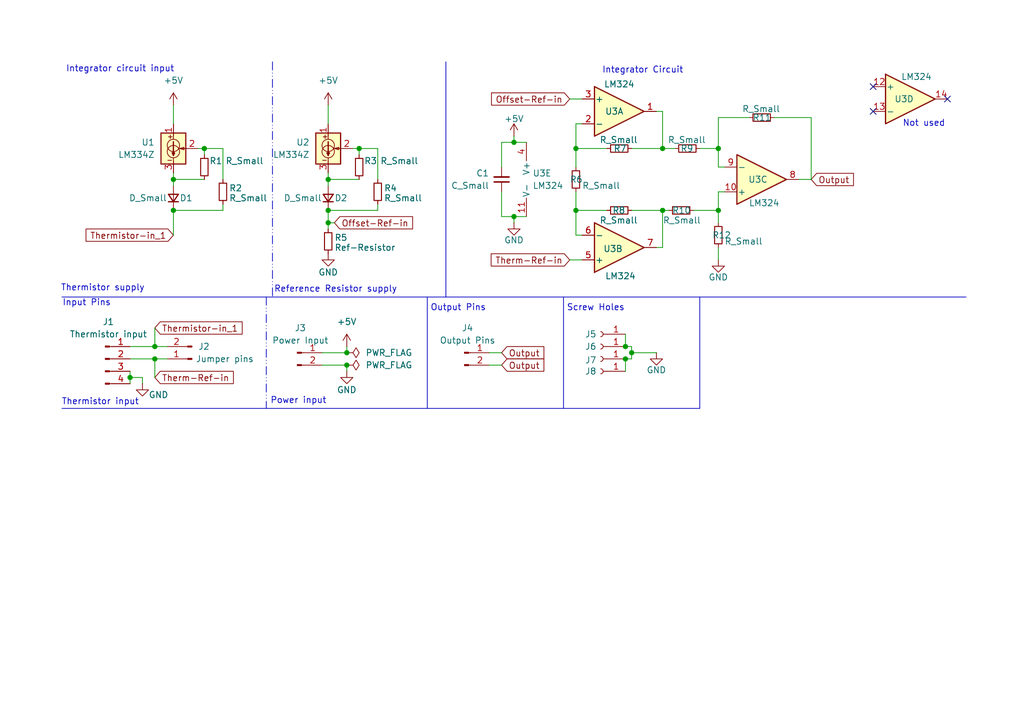
<source format=kicad_sch>
(kicad_sch (version 20231120) (generator "eeschema") (generator_version "8.0")
  (paper "A5")
  (title_block (title "Single module GeoSence Circuit") (date "2025-03-13") (rev "1"))
  (lib_symbols
    (symbol "Amplifier_Operational:LM324" (pin_names (offset 0.127))
      (property "Reference" "U" (at 0 5.08 0))
      (property "Value" "LM324" (at 0 -5.08 0))
      (symbol "LM324_1_1"
        (polyline (pts (xy -5.08 5.08) (xy 5.08 0) (xy -5.08 -5.08) (xy -5.08 5.08)) (stroke (width 0.254)) (fill (type background)))
        (pin output line (at 7.62 0 180) (length 2.54) (name "~") (number "1"))
        (pin input line (at -7.62 -2.54 0) (length 2.54) (name "-") (number "2"))
        (pin input line (at -7.62 2.54 0) (length 2.54) (name "+") (number "3"))
      )
      (symbol "LM324_2_1"
        (polyline (pts (xy -5.08 5.08) (xy 5.08 0) (xy -5.08 -5.08) (xy -5.08 5.08)) (stroke (width 0.254)) (fill (type background)))
        (pin input line (at -7.62 2.54 0) (length 2.54) (name "+") (number "5"))
        (pin input line (at -7.62 -2.54 0) (length 2.54) (name "-") (number "6"))
        (pin output line (at 7.62 0 180) (length 2.54) (name "~") (number "7"))
      )
      (symbol "LM324_3_1"
        (polyline (pts (xy -5.08 5.08) (xy 5.08 0) (xy -5.08 -5.08) (xy -5.08 5.08)) (stroke (width 0.254)) (fill (type background)))
        (pin input line (at -7.62 2.54 0) (length 2.54) (name "+") (number "10"))
        (pin output line (at 7.62 0 180) (length 2.54) (name "~") (number "8"))
        (pin input line (at -7.62 -2.54 0) (length 2.54) (name "-") (number "9"))
      )
      (symbol "LM324_4_1"
        (polyline (pts (xy -5.08 5.08) (xy 5.08 0) (xy -5.08 -5.08) (xy -5.08 5.08)) (stroke (width 0.254)) (fill (type background)))
        (pin input line (at -7.62 2.54 0) (length 2.54) (name "+") (number "12"))
        (pin input line (at -7.62 -2.54 0) (length 2.54) (name "-") (number "13"))
        (pin output line (at 7.62 0 180) (length 2.54) (name "~") (number "14"))
      )
      (symbol "LM324_5_1"
        (pin power_in line (at -2.54 -7.62 90) (length 3.81) (name "V-") (number "11"))
        (pin power_in line (at -2.54 7.62 270) (length 3.81) (name "V+") (number "4"))
      )
    )
    (symbol "Connector:Conn_01x01_Socket" (pin_names (offset 1.016) hide)
      (property "Reference" "J" (at 0 2.54 0))
      (property "Value" "Conn_01x01_Socket" (at 0 -2.54 0))
      (symbol "Conn_01x01_Socket_1_1"
        (polyline (pts (xy -1.27 0) (xy -0.508 0)) (stroke (width 0.1524)))
        (arc (start 0 0.508) (mid -0.5058 0) (end 0 -0.508) (stroke (width 0.1524)))
        (pin passive line (at -5.08 0 0) (length 3.81) (name "Pin_1") (number "1"))
      )
    )
    (symbol "Connector:Conn_01x02_Pin" (pin_names (offset 1.016) hide)
      (property "Reference" "J" (at 0 2.54 0))
      (property "Value" "Conn_01x02_Pin" (at 0 -5.08 0))
      (symbol "Conn_01x02_Pin_1_1"
        (polyline (pts (xy 1.27 -2.54) (xy 0.8636 -2.54)) (stroke (width 0.1524)))
        (polyline (pts (xy 1.27 0) (xy 0.8636 0)) (stroke (width 0.1524)))
        (rectangle (start 0.8636 -2.413) (end 0 -2.667) (stroke (width 0.1524)) (fill (type outline)))
        (rectangle (start 0.8636 0.127) (end 0 -0.127) (stroke (width 0.1524)) (fill (type outline)))
        (pin passive line (at 5.08 0 180) (length 3.81) (name "Pin_1") (number "1"))
        (pin passive line (at 5.08 -2.54 180) (length 3.81) (name "Pin_2") (number "2"))
      )
    )
    (symbol "Connector:Conn_01x04_Pin" (pin_names (offset 1.016) hide)
      (property "Reference" "J" (at 0 5.08 0))
      (property "Value" "Conn_01x04_Pin" (at 0 -7.62 0))
      (symbol "Conn_01x04_Pin_1_1"
        (polyline (pts (xy 1.27 -5.08) (xy 0.8636 -5.08)) (stroke (width 0.1524)))
        (polyline (pts (xy 1.27 -2.54) (xy 0.8636 -2.54)) (stroke (width 0.1524)))
        (polyline (pts (xy 1.27 0) (xy 0.8636 0)) (stroke (width 0.1524)))
        (polyline (pts (xy 1.27 2.54) (xy 0.8636 2.54)) (stroke (width 0.1524)))
        (rectangle (start 0.8636 -4.953) (end 0 -5.207) (stroke (width 0.1524)) (fill (type outline)))
        (rectangle (start 0.8636 -2.413) (end 0 -2.667) (stroke (width 0.1524)) (fill (type outline)))
        (rectangle (start 0.8636 0.127) (end 0 -0.127) (stroke (width 0.1524)) (fill (type outline)))
        (rectangle (start 0.8636 2.667) (end 0 2.413) (stroke (width 0.1524)) (fill (type outline)))
        (pin passive line (at 5.08 2.54 180) (length 3.81) (name "Pin_1") (number "1"))
        (pin passive line (at 5.08 0 180) (length 3.81) (name "Pin_2") (number "2"))
        (pin passive line (at 5.08 -2.54 180) (length 3.81) (name "Pin_3") (number "3"))
        (pin passive line (at 5.08 -5.08 180) (length 3.81) (name "Pin_4") (number "4"))
      )
    )
    (symbol "Device:C_Small" (pin_numbers hide) (pin_names (offset 0.254) hide)
      (property "Reference" "C" (at 0.254 1.778 0))
      (property "Value" "C_Small" (at 0.254 -2.032 0))
      (symbol "C_Small_0_1"
        (polyline (pts (xy -1.524 -0.508) (xy 1.524 -0.508)) (stroke (width 0.3302)))
        (polyline (pts (xy -1.524 0.508) (xy 1.524 0.508)) (stroke (width 0.3048)))
      )
      (symbol "C_Small_1_1"
        (pin passive line (at 0 2.54 270) (length 2.032) (name "~") (number "1"))
        (pin passive line (at 0 -2.54 90) (length 2.032) (name "~") (number "2"))
      )
    )
    (symbol "Device:D_Small" (pin_numbers hide) (pin_names (offset 0.254) hide)
      (property "Reference" "D" (at -1.27 2.032 0))
      (property "Value" "D_Small" (at -3.81 -2.032 0))
      (symbol "D_Small_0_1"
        (polyline (pts (xy -0.762 -1.016) (xy -0.762 1.016)) (stroke (width 0.254)))
        (polyline (pts (xy -0.762 0) (xy 0.762 0)))
        (polyline (pts (xy 0.762 -1.016) (xy -0.762 0) (xy 0.762 1.016) (xy 0.762 -1.016)) (stroke (width 0.254)))
      )
      (symbol "D_Small_1_1"
        (pin passive line (at -2.54 0 0) (length 1.778) (name "K") (number "1"))
        (pin passive line (at 2.54 0 180) (length 1.778) (name "A") (number "2"))
      )
    )
    (symbol "Device:R_Small" (pin_numbers hide) (pin_names (offset 0.254) hide)
      (property "Reference" "R" (at 0.762 0.508 0))
      (property "Value" "R_Small" (at 0.762 -1.016 0))
      (symbol "R_Small_0_1"
        (rectangle (start -0.762 1.778) (end 0.762 -1.778) (stroke (width 0.2032)))
      )
      (symbol "R_Small_1_1"
        (pin passive line (at 0 2.54 270) (length 0.762) (name "~") (number "1"))
        (pin passive line (at 0 -2.54 90) (length 0.762) (name "~") (number "2"))
      )
    )
    (symbol "Reference_Current:LM334Z"
      (property "Reference" "U" (at 0.635 6.35 0))
      (property "Value" "LM334Z" (at 0.635 4.445 0))
      (symbol "LM334Z_0_1"
        (rectangle (start -2.54 3.175) (end 2.54 -3.175) (stroke (width 0.254)) (fill (type background)))
        (circle (center 0 -0.635) (radius 1.27))
        (polyline (pts (xy -1.143 -2.413) (xy -0.381 -2.413)))
        (polyline (pts (xy -1.016 2.413) (xy -0.254 2.413)))
        (polyline (pts (xy -0.635 2.794) (xy -0.635 2.032)))
        (polyline (pts (xy 0 -1.905) (xy 0 -5.08)))
        (polyline (pts (xy 0 1.397) (xy 0 -1.397)) (stroke (width 0.254)))
        (polyline (pts (xy 0 5.08) (xy 0 1.905)))
        (polyline (pts (xy 2.54 0) (xy 1.27 0)))
        (polyline (pts (xy 0 -1.397) (xy -0.254 -0.889) (xy 0.254 -0.889) (xy 0 -1.397)) (stroke (width 0.254)))
        (polyline (pts (xy 1.27 0) (xy 2.159 0.254) (xy 2.159 -0.254) (xy 1.27 0)))
        (circle (center 0 0.635) (radius 1.27))
      )
      (symbol "LM334Z_1_1"
        (pin passive line (at 0 5.08 270) (length 2.54) (name "~") (number "1"))
        (pin passive line (at 5.08 0 180) (length 2.54) (name "~") (number "2"))
        (pin passive line (at 0 -5.08 90) (length 2.54) (name "~") (number "3"))
      )
    )
    (symbol "power:+5V" (power) (pin_numbers hide) (pin_names (offset 0) hide)
      (property "Value" "+5V" (at 0 3.556 0))
      (symbol "+5V_0_1"
        (polyline (pts (xy -0.762 1.27) (xy 0 2.54)))
        (polyline (pts (xy 0 0) (xy 0 2.54)))
        (polyline (pts (xy 0 2.54) (xy 0.762 1.27)))
      )
      (symbol "+5V_1_1"
        (pin power_in line (at 0 0 90) (length 0) (name "~") (number "1"))
      )
    )
    (symbol "power:GND" (power) (pin_numbers hide) (pin_names (offset 0) hide)
      (property "Value" "GND" (at 0 -3.81 0))
      (symbol "GND_0_1"
        (polyline (pts (xy 0 0) (xy 0 -1.27) (xy 1.27 -1.27) (xy 0 -2.54) (xy -1.27 -1.27) (xy 0 -1.27)))
      )
      (symbol "GND_1_1"
        (pin power_in line (at 0 0 270) (length 0) (name "~") (number "1"))
      )
    )
    (symbol "power:PWR_FLAG" (power) (pin_numbers hide) (pin_names (offset 0) hide)
      (property "Value" "PWR_FLAG" (at 0 3.81 0))
      (symbol "PWR_FLAG_0_0"
        (pin power_out line (at 0 0 90) (length 0) (name "~") (number "1"))
      )
      (symbol "PWR_FLAG_0_1"
        (polyline (pts (xy 0 0) (xy 0 1.27) (xy -1.016 1.905) (xy 0 2.54) (xy 1.016 1.905) (xy 0 1.27)))
      )
    )
  )
  (junction (at 128.27 71.12))
  (junction (at 118.11 43.18))
  (junction (at 135.89 43.18))
  (junction (at 35.56 43.18))
  (junction (at 67.31 36.83))
  (junction (at 129.54 72.39))
  (junction (at 31.75 71.12))
  (junction (at 41.91 30.48))
  (junction (at 147.32 43.18))
  (junction (at 67.31 45.72))
  (junction (at 147.32 30.48))
  (junction (at 71.12 72.39))
  (junction (at 118.11 30.48))
  (junction (at 128.27 73.66))
  (junction (at 73.66 30.48))
  (junction (at 105.41 29.21))
  (junction (at 31.75 73.66))
  (junction (at 35.56 36.83))
  (junction (at 105.41 44.45))
  (junction (at 71.12 74.93))
  (junction (at 135.89 30.48))
  (junction (at 67.31 43.18))
  (junction (at 26.67 77.47))
  (no_connect (at 179.07 22.86))
  (no_connect (at 194.31 20.32))
  (no_connect (at 179.07 17.78))
  (wire (pts (xy 129.54 30.48) (xy 135.89 30.48)))
  (polyline (pts (xy 12.7 83.82) (xy 87.63 83.82)))
  (wire (pts (xy 129.54 72.39) (xy 129.54 73.66)))
  (wire (pts (xy 31.75 73.66) (xy 34.29 73.66)))
  (wire (pts (xy 116.84 53.34) (xy 119.38 53.34)))
  (wire (pts (xy 143.51 30.48) (xy 147.32 30.48)))
  (wire (pts (xy 118.11 34.29) (xy 118.11 30.48)))
  (wire (pts (xy 105.41 29.21) (xy 107.95 29.21)))
  (wire (pts (xy 166.37 36.83) (xy 166.37 24.13)))
  (wire (pts (xy 105.41 44.45) (xy 107.95 44.45)))
  (wire (pts (xy 163.83 36.83) (xy 166.37 36.83)))
  (polyline (pts (xy 91.44 60.96) (xy 198.12 60.96)))
  (wire (pts (xy 116.84 20.32) (xy 119.38 20.32)))
  (wire (pts (xy 35.56 35.56) (xy 35.56 36.83)))
  (wire (pts (xy 118.11 30.48) (xy 124.46 30.48)))
  (wire (pts (xy 129.54 71.12) (xy 128.27 71.12)))
  (wire (pts (xy 129.54 72.39) (xy 134.62 72.39)))
  (wire (pts (xy 67.31 36.83) (xy 67.31 38.1)))
  (wire (pts (xy 129.54 71.12) (xy 129.54 72.39)))
  (wire (pts (xy 135.89 43.18) (xy 137.16 43.18)))
  (wire (pts (xy 66.04 74.93) (xy 71.12 74.93)))
  (wire (pts (xy 102.87 29.21) (xy 105.41 29.21)))
  (wire (pts (xy 135.89 30.48) (xy 138.43 30.48)))
  (wire (pts (xy 71.12 74.93) (xy 71.12 76.2)))
  (wire (pts (xy 31.75 71.12) (xy 34.29 71.12)))
  (wire (pts (xy 147.32 34.29) (xy 147.32 30.48)))
  (wire (pts (xy 119.38 48.26) (xy 118.11 48.26)))
  (polyline (pts (xy 54.61 60.96) (xy 54.61 83.82)) (stroke (width 0) (type dash_dot_dot)))
  (wire (pts (xy 72.39 30.48) (xy 73.66 30.48)))
  (wire (pts (xy 45.72 41.91) (xy 45.72 43.18)))
  (wire (pts (xy 41.91 31.75) (xy 41.91 30.48)))
  (wire (pts (xy 66.04 72.39) (xy 71.12 72.39)))
  (wire (pts (xy 148.59 34.29) (xy 147.32 34.29)))
  (wire (pts (xy 118.11 48.26) (xy 118.11 43.18)))
  (wire (pts (xy 153.67 24.13) (xy 147.32 24.13)))
  (wire (pts (xy 41.91 30.48) (xy 45.72 30.48)))
  (wire (pts (xy 73.66 36.83) (xy 67.31 36.83)))
  (wire (pts (xy 31.75 73.66) (xy 31.75 77.47)))
  (wire (pts (xy 166.37 24.13) (xy 158.75 24.13)))
  (wire (pts (xy 68.58 45.72) (xy 67.31 45.72)))
  (wire (pts (xy 26.67 73.66) (xy 31.75 73.66)))
  (wire (pts (xy 119.38 25.4) (xy 118.11 25.4)))
  (wire (pts (xy 118.11 25.4) (xy 118.11 30.48)))
  (wire (pts (xy 77.47 43.18) (xy 67.31 43.18)))
  (wire (pts (xy 105.41 27.94) (xy 105.41 29.21)))
  (wire (pts (xy 135.89 43.18) (xy 135.89 50.8)))
  (polyline (pts (xy 87.63 83.82) (xy 115.57 83.82)))
  (wire (pts (xy 102.87 39.37) (xy 102.87 44.45)))
  (polyline (pts (xy 91.44 12.7) (xy 91.44 60.96)))
  (wire (pts (xy 35.56 43.18) (xy 35.56 48.26)))
  (wire (pts (xy 67.31 46.99) (xy 67.31 45.72)))
  (wire (pts (xy 147.32 50.8) (xy 147.32 53.34)))
  (wire (pts (xy 67.31 35.56) (xy 67.31 36.83)))
  (wire (pts (xy 100.33 72.39) (xy 102.87 72.39)))
  (wire (pts (xy 26.67 77.47) (xy 29.21 77.47)))
  (polyline (pts (xy 55.88 12.7) (xy 55.88 60.96)) (stroke (width 0) (type dash_dot_dot)))
  (wire (pts (xy 73.66 30.48) (xy 77.47 30.48)))
  (wire (pts (xy 41.91 36.83) (xy 35.56 36.83)))
  (wire (pts (xy 35.56 21.59) (xy 35.56 25.4)))
  (wire (pts (xy 147.32 43.18) (xy 147.32 45.72)))
  (wire (pts (xy 77.47 41.91) (xy 77.47 43.18)))
  (wire (pts (xy 71.12 71.12) (xy 71.12 72.39)))
  (polyline (pts (xy 143.51 83.82) (xy 143.51 60.96)))
  (wire (pts (xy 147.32 24.13) (xy 147.32 30.48)))
  (wire (pts (xy 102.87 44.45) (xy 105.41 44.45)))
  (wire (pts (xy 73.66 31.75) (xy 73.66 30.48)))
  (wire (pts (xy 29.21 77.47) (xy 29.21 78.74)))
  (wire (pts (xy 134.62 50.8) (xy 135.89 50.8)))
  (wire (pts (xy 26.67 77.47) (xy 26.67 78.74)))
  (wire (pts (xy 35.56 36.83) (xy 35.56 38.1)))
  (wire (pts (xy 26.67 76.2) (xy 26.67 77.47)))
  (wire (pts (xy 77.47 36.83) (xy 77.47 30.48)))
  (wire (pts (xy 134.62 22.86) (xy 135.89 22.86)))
  (wire (pts (xy 100.33 74.93) (xy 102.87 74.93)))
  (wire (pts (xy 31.75 67.31) (xy 31.75 71.12)))
  (wire (pts (xy 118.11 43.18) (xy 124.46 43.18)))
  (wire (pts (xy 105.41 45.72) (xy 105.41 44.45)))
  (wire (pts (xy 142.24 43.18) (xy 147.32 43.18)))
  (wire (pts (xy 40.64 30.48) (xy 41.91 30.48)))
  (polyline (pts (xy 115.57 83.82) (xy 143.51 83.82)))
  (wire (pts (xy 67.31 43.18) (xy 67.31 45.72)))
  (wire (pts (xy 128.27 68.58) (xy 128.27 71.12)))
  (polyline (pts (xy 115.57 83.82) (xy 115.57 60.96)))
  (polyline (pts (xy 12.7 60.96) (xy 91.44 60.96)))
  (wire (pts (xy 148.59 39.37) (xy 147.32 39.37)))
  (wire (pts (xy 26.67 71.12) (xy 31.75 71.12)))
  (wire (pts (xy 45.72 36.83) (xy 45.72 30.48)))
  (wire (pts (xy 102.87 34.29) (xy 102.87 29.21)))
  (wire (pts (xy 128.27 73.66) (xy 128.27 76.2)))
  (wire (pts (xy 147.32 39.37) (xy 147.32 43.18)))
  (wire (pts (xy 118.11 39.37) (xy 118.11 43.18)))
  (polyline (pts (xy 87.63 83.82) (xy 87.63 60.96)))
  (wire (pts (xy 67.31 21.59) (xy 67.31 25.4)))
  (wire (pts (xy 129.54 73.66) (xy 128.27 73.66)))
  (wire (pts (xy 45.72 43.18) (xy 35.56 43.18)))
  (wire (pts (xy 129.54 43.18) (xy 135.89 43.18)))
  (wire (pts (xy 135.89 22.86) (xy 135.89 30.48)))
  (text "Reference Resistor supply" (at 68.834 59.436 0) (effects (font (size 1.27 1.27))))
  (text "Thermistor supply" (at 21.082 59.182 0) (effects (font (size 1.27 1.27))))
  (text "Thermistor input" (at 20.574 82.55 0) (effects (font (size 1.27 1.27))))
  (text "Output Pins" (at 93.98 63.246 0) (effects (font (size 1.27 1.27))))
  (text "Power input" (at 61.214 82.296 0) (effects (font (size 1.27 1.27))))
  (text "Integrator Circuit" (at 131.826 14.478 0) (effects (font (size 1.27 1.27))))
  (text "Not used" (at 189.484 25.4 0) (effects (font (size 1.27 1.27))))
  (text "Screw Holes" (at 122.174 63.246 0) (effects (font (size 1.27 1.27))))
  (text "Integrator circuit input" (at 24.638 14.224 0) (effects (font (size 1.27 1.27))))
  (text "Input Pins" (at 17.78 62.23 0) (effects (font (size 1.27 1.27))))
  (global_label "Thermistor-in_1" (shape input) (at 35.56 48.26 180) (property "Intersheetrefs" "${INTERSHEET_REFS}" (effects (hide yes))))
  (global_label "Offset-Ref-in" (shape input) (at 116.84 20.32 180) (property "Intersheetrefs" "${INTERSHEET_REFS}" (effects (hide yes))))
  (global_label "Output" (shape input) (at 102.87 74.93 0) (property "Intersheetrefs" "${INTERSHEET_REFS}" (effects (hide yes))))
  (global_label "Output" (shape input) (at 166.37 36.83 0) (property "Intersheetrefs" "${INTERSHEET_REFS}" (effects (hide yes))))
  (global_label "Thermistor-in_1" (shape input) (at 31.75 67.31 0) (property "Intersheetrefs" "${INTERSHEET_REFS}" (effects (hide yes))))
  (global_label "Therm-Ref-in" (shape input) (at 116.84 53.34 180) (property "Intersheetrefs" "${INTERSHEET_REFS}" (effects (hide yes))))
  (global_label "Offset-Ref-in" (shape input) (at 68.58 45.72 0) (property "Intersheetrefs" "${INTERSHEET_REFS}" (effects (hide yes))))
  (global_label "Therm-Ref-in" (shape input) (at 31.75 77.47 0) (property "Intersheetrefs" "${INTERSHEET_REFS}" (effects (hide yes))))
  (global_label "Output" (shape input) (at 102.87 72.39 0) (property "Intersheetrefs" "${INTERSHEET_REFS}" (effects (hide yes))))
  (symbol (lib_id "power:PWR_FLAG") (at 71.12 72.39 270) (unit 1)
    (property "Reference" "#FLG01" (effects (hide yes)))
    (property "Value" "PWR_FLAG" (at 74.93 72.3899 90) (effects (justify left)))
    (property "Description" "Special symbol for telling ERC where power comes from" (effects (hide yes)))
  )
  (symbol (lib_id "Device:D_Small") (at 67.31 40.64 90) (unit 1)
    (property "Reference" "D2" (at 68.58 40.64 90) (effects (justify right)))
    (property "Value" "D_Small" (at 58.166 40.64 90) (effects (justify right)))
    (property "Footprint" "Diode_THT:D_DO-35_SOD27_P7.62mm_Horizontal" (effects (hide yes)))
    (property "Description" "Diode, small symbol" (effects (hide yes)))
    (property "Sim.Device" "D" (effects (hide yes)))
    (property "Sim.Pins" "1=K 2=A" (effects (hide yes)))
  )
  (symbol (lib_id "Device:R_Small") (at 127 43.18 90) (unit 1)
    (property "Reference" "R8" (at 128.27 43.18 90) (effects (justify left)))
    (property "Value" "R_Small" (at 130.81 45.212 90) (effects (justify left)))
    (property "Footprint" "Resistor_THT:R_Axial_DIN0204_L3.6mm_D1.6mm_P5.08mm_Horizontal" (effects (hide yes)))
    (property "Description" "Resistor, small symbol" (effects (hide yes)))
  )
  (symbol (lib_id "Connector:Conn_01x01_Socket") (at 123.19 68.58 180) (unit 1)
    (property "Reference" "J5" (at 121.158 68.58 0))
    (property "Value" "Conn_01x01_Socket" (effects (hide yes)))
    (property "Footprint" "MountingHole:MountingHole_3.2mm_M3_DIN965_Pad_TopBottom" (effects (hide yes)))
    (property "Description" "Generic connector, single row, 01x01, script generated" (effects (hide yes)))
  )
  (symbol (lib_id "power:GND") (at 105.41 45.72 0) (unit 1)
    (property "Reference" "#PWR06" (effects (hide yes)))
    (property "Value" "GND" (at 105.41 49.276 0))
    (property "Description" "Power symbol creates a global label with name \"GND\" , ground" (effects (hide yes)))
  )
  (symbol (lib_id "power:+5V") (at 35.56 21.59 0) (unit 1)
    (property "Reference" "#PWR03" (effects (hide yes)))
    (property "Value" "+5V" (at 35.56 16.51 0))
    (property "Description" "Power symbol creates a global label with name \"+5V\"" (effects (hide yes)))
  )
  (symbol (lib_id "power:PWR_FLAG") (at 71.12 74.93 270) (unit 1)
    (property "Reference" "#FLG02" (effects (hide yes)))
    (property "Value" "PWR_FLAG" (at 74.93 74.9299 90) (effects (justify left)))
    (property "Description" "Special symbol for telling ERC where power comes from" (effects (hide yes)))
  )
  (symbol (lib_id "Device:R_Small") (at 73.66 34.29 0) (unit 1)
    (property "Reference" "R3" (at 74.676 33.02 0) (effects (justify left)))
    (property "Value" "R_Small" (at 77.978 33.02 0) (effects (justify left)))
    (property "Footprint" "Resistor_THT:R_Axial_DIN0204_L3.6mm_D1.6mm_P5.08mm_Horizontal" (effects (hide yes)))
    (property "Description" "Resistor, small symbol" (effects (hide yes)))
  )
  (symbol (lib_id "power:GND") (at 147.32 53.34 0) (unit 1)
    (property "Reference" "#PWR02" (effects (hide yes)))
    (property "Value" "GND" (at 147.32 56.896 0))
    (property "Description" "Power symbol creates a global label with name \"GND\" , ground" (effects (hide yes)))
  )
  (symbol (lib_id "Device:R_Small") (at 45.72 39.37 0) (unit 1)
    (property "Reference" "R2" (at 46.99 38.608 0) (effects (justify left)))
    (property "Value" "R_Small" (at 46.99 40.64 0) (effects (justify left)))
    (property "Footprint" "Resistor_THT:R_Axial_DIN0204_L3.6mm_D1.6mm_P5.08mm_Horizontal" (effects (hide yes)))
    (property "Description" "Resistor, small symbol" (effects (hide yes)))
  )
  (symbol (lib_id "power:GND") (at 29.21 78.74 0) (unit 1)
    (property "Reference" "#PWR09" (effects (hide yes)))
    (property "Value" "GND" (at 32.512 81.026 0))
    (property "Description" "Power symbol creates a global label with name \"GND\" , ground" (effects (hide yes)))
  )
  (symbol (lib_id "Reference_Current:LM334Z") (at 35.56 30.48 0) (unit 1)
    (property "Reference" "U1" (at 31.75 29.2099 0) (effects (justify right)))
    (property "Value" "LM334Z" (at 31.75 31.7499 0) (effects (justify right)))
    (property "Footprint" "Package_TO_SOT_THT:TO-92_Inline" (effects (hide yes)))
    (property "Datasheet" "http://www.ti.com/lit/ds/symlink/lm134.pdf" (effects (hide yes)))
    (property "Description" "1μA to 10mA 3-Terminal Adjustable Current Source, TO-92" (effects (hide yes)))
  )
  (symbol (lib_id "power:GND") (at 67.31 52.07 0) (unit 1)
    (property "Reference" "#PWR01" (effects (hide yes)))
    (property "Value" "GND" (at 67.31 55.88 0))
    (property "Description" "Power symbol creates a global label with name \"GND\" , ground" (effects (hide yes)))
  )
  (symbol (lib_id "Connector:Conn_01x01_Socket") (at 123.19 71.12 180) (unit 1)
    (property "Reference" "J6" (at 121.158 71.12 0))
    (property "Value" "Conn_01x01_Socket" (effects (hide yes)))
    (property "Footprint" "MountingHole:MountingHole_3.2mm_M3_DIN965_Pad_TopBottom" (effects (hide yes)))
    (property "Description" "Generic connector, single row, 01x01, script generated" (effects (hide yes)))
  )
  (symbol (lib_id "Connector:Conn_01x04_Pin") (at 21.59 73.66 0) (unit 1)
    (property "Reference" "J1" (at 22.225 66.04 0))
    (property "Value" "Thermistor input" (at 22.225 68.58 0))
    (property "Footprint" "Connector_PinHeader_2.54mm:PinHeader_1x04_P2.54mm_Vertical" (effects (hide yes)))
    (property "Description" "Generic connector, single row, 01x04, script generated" (effects (hide yes)))
  )
  (symbol (lib_id "Connector:Conn_01x02_Pin") (at 95.25 72.39 0) (unit 1)
    (property "Reference" "J4" (at 95.885 67.31 0))
    (property "Value" "Output Pins" (at 95.885 69.85 0))
    (property "Footprint" "Connector_PinHeader_2.54mm:PinHeader_1x02_P2.54mm_Vertical" (effects (hide yes)))
    (property "Description" "Generic connector, single row, 01x02, script generated" (effects (hide yes)))
  )
  (symbol (lib_id "Device:R_Small") (at 147.32 48.26 0) (unit 1)
    (property "Reference" "R12" (at 146.05 48.26 0) (effects (justify left)))
    (property "Value" "R_Small" (at 148.59 49.53 0) (effects (justify left)))
    (property "Footprint" "Resistor_THT:R_Axial_DIN0204_L3.6mm_D1.6mm_P5.08mm_Horizontal" (effects (hide yes)))
    (property "Description" "Resistor, small symbol" (effects (hide yes)))
  )
  (symbol (lib_id "Amplifier_Operational:LM324") (at 105.41 36.83 0) (mirror y) (unit 5)
    (property "Reference" "U3" (at 109.22 35.5599 0) (effects (justify right)))
    (property "Value" "LM324" (at 109.22 38.0999 0) (effects (justify right)))
    (property "Footprint" "Package_SO:TSSOP-14_4.4x5mm_P0.65mm" (effects (hide yes)))
    (property "Datasheet" "http://www.ti.com/lit/ds/symlink/lm2902-n.pdf" (effects (hide yes)))
    (property "Description" "Low-Power, Quad-Operational Amplifiers, DIP-14/SOIC-14/SSOP-14" (effects (hide yes)))
  )
  (symbol (lib_id "Amplifier_Operational:LM324") (at 156.21 36.83 0) (mirror x) (unit 3)
    (property "Reference" "U3" (at 155.448 36.83 0))
    (property "Value" "LM324" (at 156.718 41.656 0))
    (property "Footprint" "Package_SO:TSSOP-14_4.4x5mm_P0.65mm" (effects (hide yes)))
    (property "Datasheet" "http://www.ti.com/lit/ds/symlink/lm2902-n.pdf" (effects (hide yes)))
    (property "Description" "Low-Power, Quad-Operational Amplifiers, DIP-14/SOIC-14/SSOP-14" (effects (hide yes)))
  )
  (symbol (lib_id "Device:R_Small") (at 77.47 39.37 0) (unit 1)
    (property "Reference" "R4" (at 78.74 38.608 0) (effects (justify left)))
    (property "Value" "R_Small" (at 78.74 40.64 0) (effects (justify left)))
    (property "Footprint" "Resistor_THT:R_Axial_DIN0204_L3.6mm_D1.6mm_P5.08mm_Horizontal" (effects (hide yes)))
    (property "Description" "Resistor, small symbol" (effects (hide yes)))
  )
  (symbol (lib_id "power:+5V") (at 67.31 21.59 0) (unit 1)
    (property "Reference" "#PWR04" (effects (hide yes)))
    (property "Value" "+5V" (at 67.31 16.51 0))
    (property "Description" "Power symbol creates a global label with name \"+5V\"" (effects (hide yes)))
  )
  (symbol (lib_id "Device:D_Small") (at 35.56 40.64 90) (unit 1)
    (property "Reference" "D1" (at 36.83 40.64 90) (effects (justify right)))
    (property "Value" "D_Small" (at 26.416 40.64 90) (effects (justify right)))
    (property "Footprint" "Diode_THT:D_DO-35_SOD27_P7.62mm_Horizontal" (effects (hide yes)))
    (property "Description" "Diode, small symbol" (effects (hide yes)))
    (property "Sim.Device" "D" (effects (hide yes)))
    (property "Sim.Pins" "1=K 2=A" (effects (hide yes)))
  )
  (symbol (lib_id "Connector:Conn_01x01_Socket") (at 123.19 73.66 180) (unit 1)
    (property "Reference" "J7" (at 121.158 73.914 0))
    (property "Value" "Conn_01x01_Socket" (effects (hide yes)))
    (property "Footprint" "MountingHole:MountingHole_3.2mm_M3_DIN965_Pad_TopBottom" (effects (hide yes)))
    (property "Description" "Generic connector, single row, 01x01, script generated" (effects (hide yes)))
  )
  (symbol (lib_id "power:+5V") (at 71.12 71.12 0) (unit 1)
    (property "Reference" "#PWR07" (effects (hide yes)))
    (property "Value" "+5V" (at 71.12 66.04 0))
    (property "Description" "Power symbol creates a global label with name \"+5V\"" (effects (hide yes)))
  )
  (symbol (lib_id "Device:R_Small") (at 156.21 24.13 90) (unit 1)
    (property "Reference" "R11" (at 158.242 24.13 90) (effects (justify left)))
    (property "Value" "R_Small" (at 160.02 22.352 90) (effects (justify left)))
    (property "Footprint" "Resistor_THT:R_Axial_DIN0204_L3.6mm_D1.6mm_P5.08mm_Horizontal" (effects (hide yes)))
    (property "Description" "Resistor, small symbol" (effects (hide yes)))
  )
  (symbol (lib_id "Connector:Conn_01x02_Pin") (at 39.37 73.66 180) (unit 1)
    (property "Reference" "J2" (at 40.64 71.1199 0) (effects (justify right)))
    (property "Value" "Jumper pins" (at 40.132 73.66 0) (effects (justify right)))
    (property "Footprint" "Connector_PinHeader_2.54mm:PinHeader_1x02_P2.54mm_Vertical" (effects (hide yes)))
    (property "Description" "Generic connector, single row, 01x02, script generated" (effects (hide yes)))
  )
  (symbol (lib_id "Device:R_Small") (at 139.7 43.18 90) (unit 1)
    (property "Reference" "R10" (at 141.732 43.18 90) (effects (justify left)))
    (property "Value" "R_Small" (at 143.764 45.212 90) (effects (justify left)))
    (property "Footprint" "Resistor_THT:R_Axial_DIN0204_L3.6mm_D1.6mm_P5.08mm_Horizontal" (effects (hide yes)))
    (property "Description" "Resistor, small symbol" (effects (hide yes)))
  )
  (symbol (lib_id "Amplifier_Operational:LM324") (at 127 22.86 0) (unit 1)
    (property "Reference" "U3" (at 125.984 22.86 0))
    (property "Value" "LM324" (at 127 17.272 0))
    (property "Footprint" "Package_SO:TSSOP-14_4.4x5mm_P0.65mm" (effects (hide yes)))
    (property "Datasheet" "http://www.ti.com/lit/ds/symlink/lm2902-n.pdf" (effects (hide yes)))
    (property "Description" "Low-Power, Quad-Operational Amplifiers, DIP-14/SOIC-14/SSOP-14" (effects (hide yes)))
  )
  (symbol (lib_id "Device:C_Small") (at 102.87 36.83 0) (mirror x) (unit 1)
    (property "Reference" "C1" (at 100.33 35.5535 0) (effects (justify right)))
    (property "Value" "C_Small" (at 100.33 38.0935 0) (effects (justify right)))
    (property "Footprint" "Capacitor_SMD:C_0805_2012Metric" (effects (hide yes)))
    (property "Description" "Unpolarized capacitor, small symbol" (effects (hide yes)))
  )
  (symbol (lib_id "Device:R_Small") (at 67.31 49.53 0) (unit 1)
    (property "Reference" "R5" (at 68.58 48.768 0) (effects (justify left)))
    (property "Value" "Ref-Resistor" (at 68.58 50.8 0) (effects (justify left)))
    (property "Footprint" "Resistor_THT:R_Axial_DIN0204_L3.6mm_D1.6mm_P5.08mm_Horizontal" (effects (hide yes)))
    (property "Description" "Resistor, small symbol" (effects (hide yes)))
  )
  (symbol (lib_id "Device:R_Small") (at 127 30.48 90) (unit 1)
    (property "Reference" "R7" (at 128.524 30.48 90) (effects (justify left)))
    (property "Value" "R_Small" (at 130.81 28.702 90) (effects (justify left)))
    (property "Footprint" "Resistor_THT:R_Axial_DIN0204_L3.6mm_D1.6mm_P5.08mm_Horizontal" (effects (hide yes)))
    (property "Description" "Resistor, small symbol" (effects (hide yes)))
  )
  (symbol (lib_id "power:GND") (at 71.12 76.2 0) (unit 1)
    (property "Reference" "#PWR08" (effects (hide yes)))
    (property "Value" "GND" (at 71.12 80.01 0))
    (property "Description" "Power symbol creates a global label with name \"GND\" , ground" (effects (hide yes)))
  )
  (symbol (lib_id "Device:R_Small") (at 41.91 34.29 0) (unit 1)
    (property "Reference" "R1" (at 42.926 33.02 0) (effects (justify left)))
    (property "Value" "R_Small" (at 46.228 33.02 0) (effects (justify left)))
    (property "Footprint" "Resistor_THT:R_Axial_DIN0204_L3.6mm_D1.6mm_P5.08mm_Horizontal" (effects (hide yes)))
    (property "Description" "Resistor, small symbol" (effects (hide yes)))
  )
  (symbol (lib_id "Device:R_Small") (at 118.11 36.83 0) (unit 1)
    (property "Reference" "R6" (at 116.84 36.83 0) (effects (justify left)))
    (property "Value" "R_Small" (at 119.38 38.1 0) (effects (justify left)))
    (property "Footprint" "Resistor_THT:R_Axial_DIN0204_L3.6mm_D1.6mm_P5.08mm_Horizontal" (effects (hide yes)))
    (property "Description" "Resistor, small symbol" (effects (hide yes)))
  )
  (symbol (lib_id "Connector:Conn_01x02_Pin") (at 60.96 72.39 0) (unit 1)
    (property "Reference" "J3" (at 61.595 67.31 0))
    (property "Value" "Power Input" (at 61.595 69.85 0))
    (property "Footprint" "Connector_PinHeader_2.54mm:PinHeader_1x02_P2.54mm_Vertical" (effects (hide yes)))
    (property "Description" "Generic connector, single row, 01x02, script generated" (effects (hide yes)))
  )
  (symbol (lib_id "Amplifier_Operational:LM324") (at 127 50.8 0) (mirror x) (unit 2)
    (property "Reference" "U3" (at 125.73 51.054 0))
    (property "Value" "LM324" (at 127.254 56.642 0))
    (property "Footprint" "Package_SO:TSSOP-14_4.4x5mm_P0.65mm" (effects (hide yes)))
    (property "Datasheet" "http://www.ti.com/lit/ds/symlink/lm2902-n.pdf" (effects (hide yes)))
    (property "Description" "Low-Power, Quad-Operational Amplifiers, DIP-14/SOIC-14/SSOP-14" (effects (hide yes)))
  )
  (symbol (lib_id "power:GND") (at 134.62 72.39 0) (unit 1)
    (property "Reference" "#PWR010" (effects (hide yes)))
    (property "Value" "GND" (at 134.62 75.946 0))
    (property "Description" "Power symbol creates a global label with name \"GND\" , ground" (effects (hide yes)))
  )
  (symbol (lib_id "Device:R_Small") (at 140.97 30.48 90) (unit 1)
    (property "Reference" "R9" (at 142.24 30.48 90) (effects (justify left)))
    (property "Value" "R_Small" (at 144.78 28.702 90) (effects (justify left)))
    (property "Footprint" "Resistor_THT:R_Axial_DIN0204_L3.6mm_D1.6mm_P5.08mm_Horizontal" (effects (hide yes)))
    (property "Description" "Resistor, small symbol" (effects (hide yes)))
  )
  (symbol (lib_id "power:+5V") (at 105.41 27.94 0) (unit 1)
    (property "Reference" "#PWR05" (effects (hide yes)))
    (property "Value" "+5V" (at 105.41 24.384 0))
    (property "Description" "Power symbol creates a global label with name \"+5V\"" (effects (hide yes)))
  )
  (symbol (lib_id "Reference_Current:LM334Z") (at 67.31 30.48 0) (unit 1)
    (property "Reference" "U2" (at 63.5 29.2099 0) (effects (justify right)))
    (property "Value" "LM334Z" (at 63.5 31.7499 0) (effects (justify right)))
    (property "Footprint" "Package_TO_SOT_THT:TO-92_Inline" (effects (hide yes)))
    (property "Datasheet" "http://www.ti.com/lit/ds/symlink/lm134.pdf" (effects (hide yes)))
    (property "Description" "1μA to 10mA 3-Terminal Adjustable Current Source, TO-92" (effects (hide yes)))
  )
  (symbol (lib_id "Amplifier_Operational:LM324") (at 186.69 20.32 0) (unit 4)
    (property "Reference" "U3" (at 185.42 20.32 0))
    (property "Value" "LM324" (at 187.96 15.748 0))
    (property "Footprint" "Package_SO:TSSOP-14_4.4x5mm_P0.65mm" (effects (hide yes)))
    (property "Datasheet" "http://www.ti.com/lit/ds/symlink/lm2902-n.pdf" (effects (hide yes)))
    (property "Description" "Low-Power, Quad-Operational Amplifiers, DIP-14/SOIC-14/SSOP-14" (effects (hide yes)))
  )
  (symbol (lib_id "Connector:Conn_01x01_Socket") (at 123.19 76.2 180) (unit 1)
    (property "Reference" "J8" (at 121.158 76.2 0))
    (property "Value" "Conn_01x01_Socket" (effects (hide yes)))
    (property "Footprint" "MountingHole:MountingHole_3.2mm_M3_DIN965_Pad_TopBottom" (effects (hide yes)))
    (property "Description" "Generic connector, single row, 01x01, script generated" (effects (hide yes)))
  )
)
</source>
